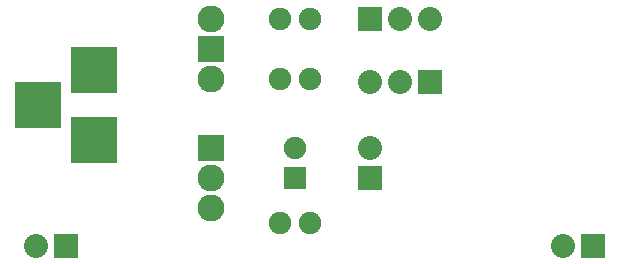
<source format=gbs>
G04 (created by PCBNEW-RS274X (2011-nov-30)-stable) date Die 24 Apr 2012 19:25:18 CEST*
G01*
G70*
G90*
%MOIN*%
G04 Gerber Fmt 3.4, Leading zero omitted, Abs format*
%FSLAX34Y34*%
G04 APERTURE LIST*
%ADD10C,0.001000*%
%ADD11C,0.090000*%
%ADD12R,0.090000X0.090000*%
%ADD13R,0.080000X0.080000*%
%ADD14C,0.080000*%
%ADD15C,0.075000*%
%ADD16R,0.075000X0.075000*%
%ADD17R,0.157800X0.157800*%
G04 APERTURE END LIST*
G54D10*
G54D11*
X55300Y-38000D03*
X55300Y-37000D03*
G54D12*
X55300Y-36000D03*
G54D13*
X60600Y-31700D03*
G54D14*
X61600Y-31700D03*
X62600Y-31700D03*
G54D13*
X62600Y-33800D03*
G54D14*
X61600Y-33800D03*
X60600Y-33800D03*
G54D13*
X50469Y-39252D03*
G54D14*
X49469Y-39252D03*
G54D13*
X68028Y-39252D03*
G54D14*
X67028Y-39252D03*
G54D11*
X55300Y-33700D03*
G54D12*
X55300Y-32700D03*
G54D11*
X55300Y-31700D03*
G54D15*
X57600Y-33700D03*
X58600Y-33700D03*
X57600Y-38500D03*
X58600Y-38500D03*
X57600Y-31700D03*
X58600Y-31700D03*
G54D16*
X58100Y-37000D03*
G54D15*
X58100Y-36000D03*
G54D13*
X60600Y-37000D03*
G54D14*
X60600Y-36000D03*
G54D17*
X51400Y-35741D03*
X51400Y-33379D03*
X49550Y-34560D03*
M02*

</source>
